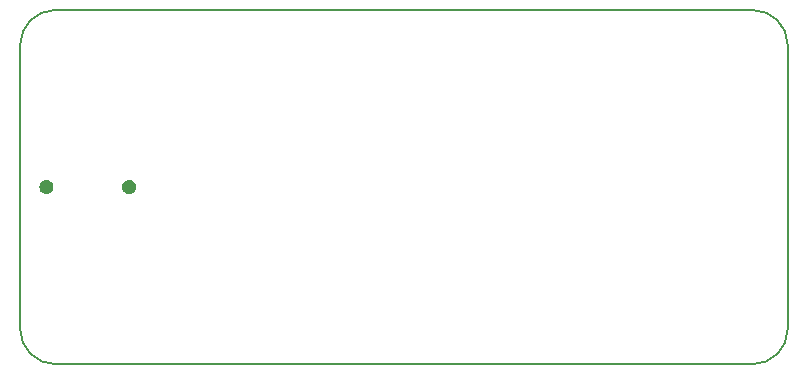
<source format=gbr>
%TF.GenerationSoftware,KiCad,Pcbnew,8.0.4+dfsg-1*%
%TF.CreationDate,2025-02-22T18:35:30+01:00*%
%TF.ProjectId,Acorn_1Mhz_bus_PiZero_interface,41636f72-6e5f-4314-9d68-7a5f6275735f,rev?*%
%TF.SameCoordinates,Original*%
%TF.FileFunction,Profile,NP*%
%FSLAX46Y46*%
G04 Gerber Fmt 4.6, Leading zero omitted, Abs format (unit mm)*
G04 Created by KiCad (PCBNEW 8.0.4+dfsg-1) date 2025-02-22 18:35:30*
%MOMM*%
%LPD*%
G01*
G04 APERTURE LIST*
%TA.AperFunction,Profile*%
%ADD10C,0.150000*%
%TD*%
%TA.AperFunction,Profile*%
%ADD11C,0.000000*%
%TD*%
G04 APERTURE END LIST*
D10*
X100028680Y-119000000D02*
X100028680Y-103000000D01*
X103028680Y-100000000D02*
X161528680Y-100000000D01*
X100028680Y-103000000D02*
G75*
G02*
X103028680Y-99999980I3000020J0D01*
G01*
X100028680Y-119000000D02*
X100028680Y-127000000D01*
X165028680Y-127000000D02*
G75*
G02*
X162028680Y-129999980I-2999980J0D01*
G01*
X162028680Y-100000000D02*
X161528680Y-100000000D01*
X103028680Y-130000000D02*
X161478680Y-130000000D01*
X103028680Y-130000000D02*
G75*
G02*
X100028700Y-127000000I20J3000000D01*
G01*
X162028680Y-130000000D02*
X161478680Y-130000000D01*
X165028680Y-103000000D02*
X165028680Y-126550000D01*
X162028680Y-100000000D02*
G75*
G02*
X165028700Y-103000000I20J-3000000D01*
G01*
X165028680Y-126550000D02*
X165028680Y-127000000D01*
D11*
%TA.AperFunction,Profile*%
%TO.C,J3*%
G36*
X102405291Y-114420445D02*
G01*
X102550000Y-114480385D01*
X102674264Y-114575736D01*
X102769615Y-114700000D01*
X102829555Y-114844709D01*
X102850000Y-115000000D01*
X102829555Y-115155291D01*
X102769615Y-115300000D01*
X102674264Y-115424264D01*
X102550000Y-115519615D01*
X102405291Y-115579555D01*
X102250000Y-115600000D01*
X102094709Y-115579555D01*
X101950000Y-115519615D01*
X101825736Y-115424264D01*
X101730385Y-115300000D01*
X101670445Y-115155291D01*
X101650000Y-115000000D01*
X101670445Y-114844709D01*
X101730385Y-114700000D01*
X101825736Y-114575736D01*
X101950000Y-114480385D01*
X102094709Y-114420445D01*
X102250000Y-114400000D01*
X102405291Y-114420445D01*
G37*
%TD.AperFunction*%
%TA.AperFunction,Profile*%
G36*
X109405291Y-114420445D02*
G01*
X109550000Y-114480385D01*
X109674264Y-114575736D01*
X109769615Y-114700000D01*
X109829555Y-114844709D01*
X109850000Y-115000000D01*
X109829555Y-115155291D01*
X109769615Y-115300000D01*
X109674264Y-115424264D01*
X109550000Y-115519615D01*
X109405291Y-115579555D01*
X109250000Y-115600000D01*
X109094709Y-115579555D01*
X108950000Y-115519615D01*
X108825736Y-115424264D01*
X108730385Y-115300000D01*
X108670445Y-115155291D01*
X108650000Y-115000000D01*
X108670445Y-114844709D01*
X108730385Y-114700000D01*
X108825736Y-114575736D01*
X108950000Y-114480385D01*
X109094709Y-114420445D01*
X109250000Y-114400000D01*
X109405291Y-114420445D01*
G37*
%TD.AperFunction*%
%TD*%
M02*

</source>
